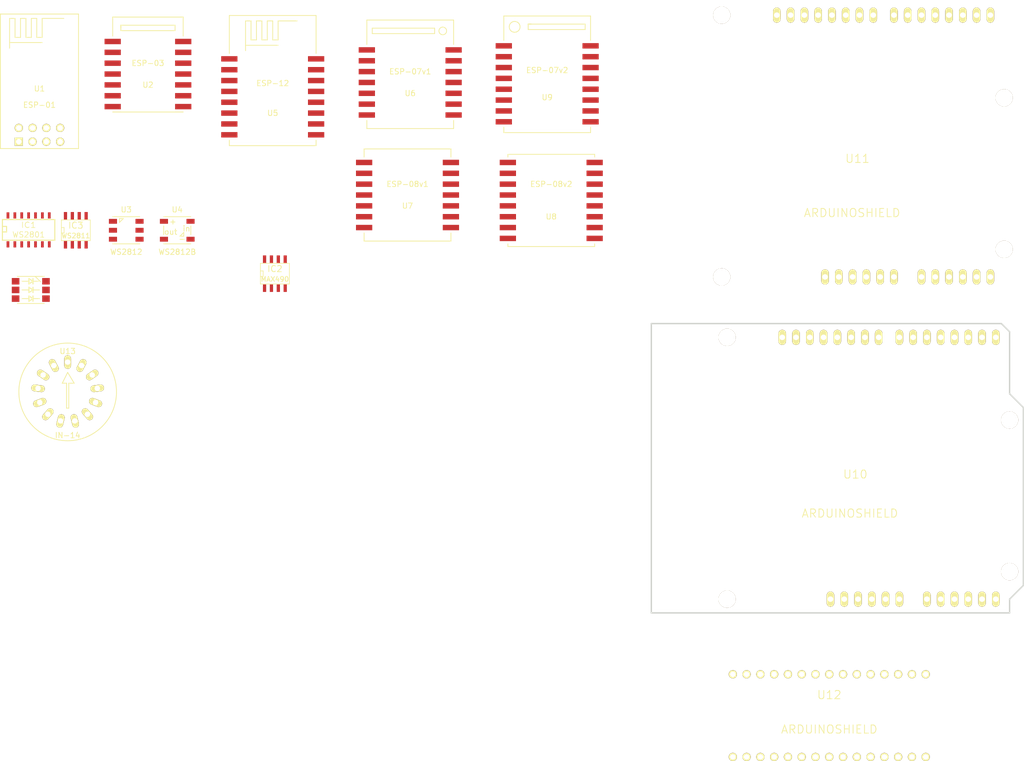
<source format=kicad_pcb>
(kicad_pcb (version 3) (host pcbnew "(25-Oct-2014 BZR 4029)-stable")

  (general
    (links 0)
    (no_connects 0)
    (area 0 0 0 0)
    (thickness 1.6)
    (drawings 0)
    (tracks 0)
    (zones 0)
    (modules 17)
    (nets 1)
  )

  (page A3)
  (layers
    (15 F.Cu signal)
    (0 B.Cu signal)
    (16 B.Adhes user)
    (17 F.Adhes user)
    (18 B.Paste user)
    (19 F.Paste user)
    (20 B.SilkS user)
    (21 F.SilkS user)
    (22 B.Mask user)
    (23 F.Mask user)
    (24 Dwgs.User user)
    (25 Cmts.User user)
    (26 Eco1.User user)
    (27 Eco2.User user)
    (28 Edge.Cuts user)
  )

  (setup
    (last_trace_width 0.254)
    (trace_clearance 0.254)
    (zone_clearance 0.508)
    (zone_45_only no)
    (trace_min 0.254)
    (segment_width 0.2)
    (edge_width 0.1)
    (via_size 0.889)
    (via_drill 0.635)
    (via_min_size 0.889)
    (via_min_drill 0.508)
    (uvia_size 0.508)
    (uvia_drill 0.127)
    (uvias_allowed no)
    (uvia_min_size 0.508)
    (uvia_min_drill 0.127)
    (pcb_text_width 0.3)
    (pcb_text_size 1.5 1.5)
    (mod_edge_width 0.15)
    (mod_text_size 1 1)
    (mod_text_width 0.15)
    (pad_size 1.5 1.5)
    (pad_drill 1.016)
    (pad_to_mask_clearance 0)
    (aux_axis_origin 0 0)
    (visible_elements FFFFFFBF)
    (pcbplotparams
      (layerselection 3178497)
      (usegerberextensions true)
      (excludeedgelayer true)
      (linewidth 0.150000)
      (plotframeref false)
      (viasonmask false)
      (mode 1)
      (useauxorigin false)
      (hpglpennumber 1)
      (hpglpenspeed 20)
      (hpglpendiameter 15)
      (hpglpenoverlay 2)
      (psnegative false)
      (psa4output false)
      (plotreference true)
      (plotvalue true)
      (plotothertext true)
      (plotinvisibletext false)
      (padsonsilk false)
      (subtractmaskfromsilk false)
      (outputformat 1)
      (mirror false)
      (drillshape 1)
      (scaleselection 1)
      (outputdirectory ""))
  )

  (net 0 "")

  (net_class Default "This is the default net class."
    (clearance 0.254)
    (trace_width 0.254)
    (via_dia 0.889)
    (via_drill 0.635)
    (uvia_dia 0.508)
    (uvia_drill 0.127)
    (add_net "")
  )

  (module WS2812B (layer F.Cu) (tedit 55086C8A) (tstamp 55089F4C)
    (at 52.8 59)
    (path /55084C2E)
    (fp_text reference U4 (at 0 -3.8) (layer F.SilkS)
      (effects (font (size 1 1) (thickness 0.15)))
    )
    (fp_text value WS2812B (at 0 4) (layer F.SilkS)
      (effects (font (size 1 1) (thickness 0.15)))
    )
    (fp_text user out (at -1.2 0.3) (layer F.SilkS)
      (effects (font (size 1 1) (thickness 0.15)))
    )
    (fp_text user in (at 1.7 -0.3) (layer F.SilkS)
      (effects (font (size 1 1) (thickness 0.15)))
    )
    (fp_text user - (at 0.9 1.6) (layer F.SilkS)
      (effects (font (size 1 1) (thickness 0.15)))
    )
    (fp_text user + (at -0.8 -1.6) (layer F.SilkS)
      (effects (font (size 1 1) (thickness 0.15)))
    )
    (fp_line (start -2.5 0.8) (end -2.5 -0.8) (layer F.SilkS) (width 0.15))
    (fp_line (start 2.5 0.8) (end 2.5 -0.8) (layer F.SilkS) (width 0.15))
    (fp_line (start -2.5 2.5) (end 2.5 2.5) (layer F.SilkS) (width 0.15))
    (fp_line (start -2.5 -2.5) (end 2.5 -2.5) (layer F.SilkS) (width 0.15))
    (fp_line (start 1.2 1.1) (end 1.2 0.4) (layer F.SilkS) (width 0.15))
    (fp_line (start 1.2 0.4) (end 0.5 1.1) (layer F.SilkS) (width 0.15))
    (fp_line (start 0.5 1.1) (end 1.2 1.1) (layer F.SilkS) (width 0.15))
    (pad 1 smd rect (at -2.45 -1.65) (size 1.5 0.9)
      (layers F.Cu F.Paste F.Mask)
    )
    (pad 2 smd rect (at -2.45 1.65) (size 1.5 0.9)
      (layers F.Cu F.Paste F.Mask)
    )
    (pad 3 smd rect (at 2.45 1.65) (size 1.5 0.9)
      (layers F.Cu F.Paste F.Mask)
    )
    (pad 4 smd rect (at 2.45 -1.65) (size 1.5 0.9)
      (layers F.Cu F.Paste F.Mask)
    )
  )

  (module WS2812 (layer F.Cu) (tedit 5508514A) (tstamp 55089F5B)
    (at 43.4 59)
    (path /55084C1F)
    (fp_text reference U3 (at 0 -3.8) (layer F.SilkS)
      (effects (font (size 1 1) (thickness 0.15)))
    )
    (fp_text value WS2812 (at 0 4) (layer F.SilkS)
      (effects (font (size 1 1) (thickness 0.15)))
    )
    (fp_line (start -2.5 2.5) (end 2.5 2.5) (layer F.SilkS) (width 0.15))
    (fp_line (start -2.5 -2.5) (end 2.5 -2.5) (layer F.SilkS) (width 0.15))
    (fp_line (start -1.25 -2.15) (end -1.25 -1.45) (layer F.SilkS) (width 0.15))
    (fp_line (start -1.25 -1.45) (end -0.55 -2.15) (layer F.SilkS) (width 0.15))
    (fp_line (start -0.55 -2.15) (end -1.25 -2.15) (layer F.SilkS) (width 0.15))
    (pad 5 smd rect (at 2.45 0) (size 1.5 0.9)
      (layers F.Cu F.Paste F.Mask)
    )
    (pad 2 smd rect (at -2.45 0) (size 1.5 0.9)
      (layers F.Cu F.Paste F.Mask)
    )
    (pad 1 smd rect (at -2.45 -1.65) (size 1.5 0.9)
      (layers F.Cu F.Paste F.Mask)
    )
    (pad 3 smd rect (at -2.45 1.65) (size 1.5 0.9)
      (layers F.Cu F.Paste F.Mask)
    )
    (pad 4 smd rect (at 2.45 1.65) (size 1.5 0.9)
      (layers F.Cu F.Paste F.Mask)
    )
    (pad 6 smd rect (at 2.45 -1.65) (size 1.5 0.9)
      (layers F.Cu F.Paste F.Mask)
    )
  )

  (module SO8E (layer F.Cu) (tedit 4F33A5C7) (tstamp 55089F83)
    (at 34.1 59)
    (descr "module CMS SOJ 8 pins etroit")
    (tags "CMS SOJ")
    (path /55086D92)
    (attr smd)
    (fp_text reference IC3 (at 0 -0.889) (layer F.SilkS)
      (effects (font (size 1.143 1.143) (thickness 0.1524)))
    )
    (fp_text value WS2811 (at 0 1.016) (layer F.SilkS)
      (effects (font (size 0.889 0.889) (thickness 0.1524)))
    )
    (fp_line (start -2.667 1.778) (end -2.667 1.905) (layer F.SilkS) (width 0.127))
    (fp_line (start -2.667 1.905) (end 2.667 1.905) (layer F.SilkS) (width 0.127))
    (fp_line (start 2.667 -1.905) (end -2.667 -1.905) (layer F.SilkS) (width 0.127))
    (fp_line (start -2.667 -1.905) (end -2.667 1.778) (layer F.SilkS) (width 0.127))
    (fp_line (start -2.667 -0.508) (end -2.159 -0.508) (layer F.SilkS) (width 0.127))
    (fp_line (start -2.159 -0.508) (end -2.159 0.508) (layer F.SilkS) (width 0.127))
    (fp_line (start -2.159 0.508) (end -2.667 0.508) (layer F.SilkS) (width 0.127))
    (fp_line (start 2.667 -1.905) (end 2.667 1.905) (layer F.SilkS) (width 0.127))
    (pad 8 smd rect (at -1.905 -2.667) (size 0.59944 1.39954)
      (layers F.Cu F.Paste F.Mask)
    )
    (pad 1 smd rect (at -1.905 2.667) (size 0.59944 1.39954)
      (layers F.Cu F.Paste F.Mask)
    )
    (pad 7 smd rect (at -0.635 -2.667) (size 0.59944 1.39954)
      (layers F.Cu F.Paste F.Mask)
    )
    (pad 6 smd rect (at 0.635 -2.667) (size 0.59944 1.39954)
      (layers F.Cu F.Paste F.Mask)
    )
    (pad 5 smd rect (at 1.905 -2.667) (size 0.59944 1.39954)
      (layers F.Cu F.Paste F.Mask)
    )
    (pad 2 smd rect (at -0.635 2.667) (size 0.59944 1.39954)
      (layers F.Cu F.Paste F.Mask)
    )
    (pad 3 smd rect (at 0.635 2.667) (size 0.59944 1.39954)
      (layers F.Cu F.Paste F.Mask)
    )
    (pad 4 smd rect (at 1.905 2.667) (size 0.59944 1.39954)
      (layers F.Cu F.Paste F.Mask)
    )
    (model smd/cms_so8.wrl
      (at (xyz 0 0 0))
      (scale (xyz 0.5 0.32 0.5))
      (rotate (xyz 0 0 0))
    )
  )

  (module SO14E (layer F.Cu) (tedit 42806FBF) (tstamp 55089F9C)
    (at 25.4 58.8)
    (descr "module CMS SOJ 14 pins etroit")
    (tags "CMS SOJ")
    (path /55085816)
    (attr smd)
    (fp_text reference IC1 (at 0 -0.762) (layer F.SilkS)
      (effects (font (size 1.016 1.143) (thickness 0.127)))
    )
    (fp_text value WS2801 (at 0 1.016) (layer F.SilkS)
      (effects (font (size 1.016 1.016) (thickness 0.127)))
    )
    (fp_line (start -4.826 -1.778) (end 4.826 -1.778) (layer F.SilkS) (width 0.2032))
    (fp_line (start 4.826 -1.778) (end 4.826 2.032) (layer F.SilkS) (width 0.2032))
    (fp_line (start 4.826 2.032) (end -4.826 2.032) (layer F.SilkS) (width 0.2032))
    (fp_line (start -4.826 2.032) (end -4.826 -1.778) (layer F.SilkS) (width 0.2032))
    (fp_line (start -4.826 -0.508) (end -4.064 -0.508) (layer F.SilkS) (width 0.2032))
    (fp_line (start -4.064 -0.508) (end -4.064 0.508) (layer F.SilkS) (width 0.2032))
    (fp_line (start -4.064 0.508) (end -4.826 0.508) (layer F.SilkS) (width 0.2032))
    (pad 1 smd rect (at -3.81 2.794) (size 0.508 1.143)
      (layers F.Cu F.Paste F.Mask)
    )
    (pad 2 smd rect (at -2.54 2.794) (size 0.508 1.143)
      (layers F.Cu F.Paste F.Mask)
    )
    (pad 3 smd rect (at -1.27 2.794) (size 0.508 1.143)
      (layers F.Cu F.Paste F.Mask)
    )
    (pad 4 smd rect (at 0 2.794) (size 0.508 1.143)
      (layers F.Cu F.Paste F.Mask)
    )
    (pad 5 smd rect (at 1.27 2.794) (size 0.508 1.143)
      (layers F.Cu F.Paste F.Mask)
    )
    (pad 6 smd rect (at 2.54 2.794) (size 0.508 1.143)
      (layers F.Cu F.Paste F.Mask)
    )
    (pad 7 smd rect (at 3.81 2.794) (size 0.508 1.143)
      (layers F.Cu F.Paste F.Mask)
    )
    (pad 8 smd rect (at 3.81 -2.54) (size 0.508 1.143)
      (layers F.Cu F.Paste F.Mask)
    )
    (pad 9 smd rect (at 2.54 -2.54) (size 0.508 1.143)
      (layers F.Cu F.Paste F.Mask)
    )
    (pad 10 smd rect (at 1.27 -2.54) (size 0.508 1.143)
      (layers F.Cu F.Paste F.Mask)
    )
    (pad 11 smd rect (at 0 -2.54) (size 0.508 1.143)
      (layers F.Cu F.Paste F.Mask)
    )
    (pad 12 smd rect (at -1.27 -2.54) (size 0.508 1.143)
      (layers F.Cu F.Paste F.Mask)
    )
    (pad 13 smd rect (at -2.54 -2.54) (size 0.508 1.143)
      (layers F.Cu F.Paste F.Mask)
    )
    (pad 14 smd rect (at -3.81 -2.54) (size 0.508 1.143)
      (layers F.Cu F.Paste F.Mask)
    )
    (model smd/cms_so14.wrl
      (at (xyz 0 0 0))
      (scale (xyz 0.5 0.3 0.5))
      (rotate (xyz 0 0 0))
    )
  )

  (module 5050RGB_LED (layer F.Cu) (tedit 53A0C301) (tstamp 5508A02A)
    (at 25.8 70 90)
    (path /55084CAF)
    (fp_text reference D1 (at 0 5 90) (layer F.SilkS) hide
      (effects (font (size 1 1) (thickness 0.15)))
    )
    (fp_text value SAMSUNG_RGB_LED_5050_SPMFCT5606N0S0A1E0 (at 0 -5 90) (layer F.SilkS) hide
      (effects (font (size 1 1) (thickness 0.15)))
    )
    (fp_line (start 1.6 0.4) (end 1.6 1.4) (layer F.SilkS) (width 0.15))
    (fp_line (start 2.5 0.8) (end 1.5 1.8) (layer F.SilkS) (width 0.15))
    (fp_line (start 0 0.4) (end 0 1.6) (layer F.SilkS) (width 0.15))
    (fp_line (start -1.6 1.6) (end -1.6 0.4) (layer F.SilkS) (width 0.15))
    (fp_line (start 1.6 -0.4) (end 1.6 -1.6) (layer F.SilkS) (width 0.15))
    (fp_line (start 0 -1.6) (end 0 -0.4) (layer F.SilkS) (width 0.15))
    (fp_line (start -1.6 -0.4) (end -1.6 -1.6) (layer F.SilkS) (width 0.15))
    (fp_line (start 1.1 0.4) (end 2.1 0.4) (layer F.SilkS) (width 0.15))
    (fp_line (start 1.6 0.4) (end 1.1 -0.35) (layer F.SilkS) (width 0.15))
    (fp_line (start 2.1 -0.35) (end 1.6 0.4) (layer F.SilkS) (width 0.15))
    (fp_line (start 1.1 -0.35) (end 2.1 -0.35) (layer F.SilkS) (width 0.15))
    (fp_line (start 1.1 -0.35) (end 2.1 -0.35) (layer F.SilkS) (width 0.15))
    (fp_line (start 2.1 -0.35) (end 1.6 0.4) (layer F.SilkS) (width 0.15))
    (fp_line (start 1.6 0.4) (end 1.1 -0.35) (layer F.SilkS) (width 0.15))
    (fp_line (start 1.1 0.4) (end 2.1 0.4) (layer F.SilkS) (width 0.15))
    (fp_line (start -0.5 0.4) (end 0.5 0.4) (layer F.SilkS) (width 0.15))
    (fp_line (start 0 0.4) (end -0.5 -0.35) (layer F.SilkS) (width 0.15))
    (fp_line (start 0.5 -0.35) (end 0 0.4) (layer F.SilkS) (width 0.15))
    (fp_line (start -0.5 -0.35) (end 0.5 -0.35) (layer F.SilkS) (width 0.15))
    (fp_line (start -0.5 -0.35) (end 0.5 -0.35) (layer F.SilkS) (width 0.15))
    (fp_line (start 0.5 -0.35) (end 0 0.4) (layer F.SilkS) (width 0.15))
    (fp_line (start 0 0.4) (end -0.5 -0.35) (layer F.SilkS) (width 0.15))
    (fp_line (start -0.5 0.4) (end 0.5 0.4) (layer F.SilkS) (width 0.15))
    (fp_line (start -2.1 0.4) (end -1.1 0.4) (layer F.SilkS) (width 0.15))
    (fp_line (start -1.6 0.4) (end -2.1 -0.35) (layer F.SilkS) (width 0.15))
    (fp_line (start -1.1 -0.35) (end -1.6 0.4) (layer F.SilkS) (width 0.15))
    (fp_line (start -2.1 -0.35) (end -1.1 -0.35) (layer F.SilkS) (width 0.15))
    (fp_line (start -2.1 -0.35) (end -1.1 -0.35) (layer F.SilkS) (width 0.15))
    (fp_line (start -1.1 -0.35) (end -1.6 0.4) (layer F.SilkS) (width 0.15))
    (fp_line (start -1.6 0.4) (end -2.1 -0.35) (layer F.SilkS) (width 0.15))
    (fp_line (start -2.1 0.4) (end -1.1 0.4) (layer F.SilkS) (width 0.15))
    (fp_line (start -2.5 -2.5) (end -2.5 2.5) (layer F.SilkS) (width 0.15))
    (fp_line (start 2.5 2.5) (end 2.5 -2.5) (layer F.SilkS) (width 0.15))
    (pad 2 smd rect (at 0 -2.8 90) (size 1.2 1.4)
      (layers F.Cu F.Paste F.Mask)
    )
    (pad 1 smd rect (at -1.6 -2.8 90) (size 1.2 1.4)
      (layers F.Cu F.Paste F.Mask)
    )
    (pad 3 smd rect (at 1.6 -2.8 90) (size 1.2 1.4)
      (layers F.Cu F.Paste F.Mask)
    )
    (pad 5 smd rect (at 0 2.8 90) (size 1.2 1.4)
      (layers F.Cu F.Paste F.Mask)
    )
    (pad 6 smd rect (at 1.6 2.8 90) (size 1.2 1.4)
      (layers F.Cu F.Paste F.Mask)
    )
    (pad 4 smd rect (at -1.6 2.8 90) (size 1.2 1.4)
      (layers F.Cu F.Paste F.Mask)
    )
  )

  (module ESP-03 (layer F.Cu) (tedit 55089814) (tstamp 5508A026)
    (at 47.4 30.2)
    (path /5508BA93)
    (fp_text reference U2 (at 0 2) (layer F.SilkS)
      (effects (font (size 1 1) (thickness 0.15)))
    )
    (fp_text value ESP-03 (at 0 -2) (layer F.SilkS)
      (effects (font (size 1 1) (thickness 0.15)))
    )
    (fp_line (start -5 -9) (end 5 -9) (layer F.SilkS) (width 0.15))
    (fp_line (start 5 -9) (end 5 -8) (layer F.SilkS) (width 0.15))
    (fp_line (start 5 -8) (end -5 -8) (layer F.SilkS) (width 0.15))
    (fp_line (start -5 -8) (end -5 -9) (layer F.SilkS) (width 0.15))
    (fp_line (start -5 -9) (end -5 -8.5) (layer F.SilkS) (width 0.15))
    (fp_line (start -6.5 7) (end 6.5 7) (layer F.SilkS) (width 0.15))
    (fp_line (start -6.5 -7) (end -6.5 -10.5) (layer F.SilkS) (width 0.15))
    (fp_line (start -6.5 -10.5) (end 6.5 -10.5) (layer F.SilkS) (width 0.15))
    (fp_line (start 6.5 -10.5) (end 6.5 -7) (layer F.SilkS) (width 0.15))
    (pad 1 smd rect (at -6.5 -6) (size 3 1)
      (layers F.Cu F.Paste F.Mask)
    )
    (pad 2 smd rect (at -6.5 -4) (size 3 1)
      (layers F.Cu F.Paste F.Mask)
    )
    (pad 3 smd rect (at -6.5 -2) (size 3 1)
      (layers F.Cu F.Paste F.Mask)
    )
    (pad 4 smd rect (at -6.5 0) (size 3 1)
      (layers F.Cu F.Paste F.Mask)
    )
    (pad 5 smd rect (at -6.5 2) (size 3 1)
      (layers F.Cu F.Paste F.Mask)
    )
    (pad 6 smd rect (at -6.5 4) (size 3 1)
      (layers F.Cu F.Paste F.Mask)
    )
    (pad 7 smd rect (at -6.5 6) (size 3 1)
      (layers F.Cu F.Paste F.Mask)
    )
    (pad 8 smd rect (at 6.5 6) (size 3 1)
      (layers F.Cu F.Paste F.Mask)
    )
    (pad 9 smd rect (at 6.5 4) (size 3 1)
      (layers F.Cu F.Paste F.Mask)
    )
    (pad 10 smd rect (at 6.5 2) (size 3 1)
      (layers F.Cu F.Paste F.Mask)
    )
    (pad 11 smd rect (at 6.5 0) (size 3 1)
      (layers F.Cu F.Paste F.Mask)
    )
    (pad 12 smd rect (at 6.5 -2) (size 3 1)
      (layers F.Cu F.Paste F.Mask)
    )
    (pad 13 smd rect (at 6.5 -4) (size 3 1)
      (layers F.Cu F.Paste F.Mask)
    )
    (pad 14 smd rect (at 6.5 -6) (size 3 1)
      (layers F.Cu F.Paste F.Mask)
    )
  )

  (module ESP-01 (layer F.Cu) (tedit 5508B1A9) (tstamp 55090202)
    (at 27.4 41.4)
    (path /5508885F)
    (fp_text reference U1 (at 0 -8.5) (layer F.SilkS)
      (effects (font (size 1 1) (thickness 0.15)))
    )
    (fp_text value ESP-01 (at 0 -5.5) (layer F.SilkS)
      (effects (font (size 1 1) (thickness 0.15)))
    )
    (fp_line (start -5.5 -17) (end 0.5 -17) (layer F.SilkS) (width 0.15))
    (fp_line (start -1.5 -21.46) (end -0.5 -21.46) (layer F.SilkS) (width 0.15))
    (fp_line (start -0.5 -21.46) (end -0.5 -17.96) (layer F.SilkS) (width 0.15))
    (fp_line (start -0.5 -17.96) (end 0.5 -17.96) (layer F.SilkS) (width 0.15))
    (fp_line (start 0.5 -17.96) (end 0.5 -21.46) (layer F.SilkS) (width 0.15))
    (fp_line (start 0.5 -21.46) (end 4.5 -21.46) (layer F.SilkS) (width 0.15))
    (fp_line (start -5.5 -15.96) (end -5.5 -21.46) (layer F.SilkS) (width 0.15))
    (fp_line (start -5.5 -21.46) (end -4.5 -21.46) (layer F.SilkS) (width 0.15))
    (fp_line (start -4.5 -21.46) (end -4.5 -17.96) (layer F.SilkS) (width 0.15))
    (fp_line (start -4.5 -17.96) (end -3.5 -17.96) (layer F.SilkS) (width 0.15))
    (fp_line (start -3.5 -17.96) (end -3.5 -21.46) (layer F.SilkS) (width 0.15))
    (fp_line (start -3.5 -21.46) (end -2.5 -21.46) (layer F.SilkS) (width 0.15))
    (fp_line (start -2.5 -21.46) (end -2.5 -17.96) (layer F.SilkS) (width 0.15))
    (fp_line (start -2.5 -17.96) (end -1.5 -17.96) (layer F.SilkS) (width 0.15))
    (fp_line (start -1.5 -17.96) (end -1.5 -21.46) (layer F.SilkS) (width 0.15))
    (fp_line (start -7.2 2.54) (end 7.2 2.54) (layer F.SilkS) (width 0.15))
    (fp_line (start 7.2 2.54) (end 7.2 -22.26) (layer F.SilkS) (width 0.15))
    (fp_line (start 7.2 -22.26) (end -7.2 -22.26) (layer F.SilkS) (width 0.15))
    (fp_line (start -7.2 -22.26) (end -7.2 2.54) (layer F.SilkS) (width 0.15))
    (pad 1 thru_hole rect (at -3.81 1.27) (size 1.524 1.524) (drill 1.016)
      (layers *.Cu *.Mask F.SilkS)
    )
    (pad 2 thru_hole circle (at -3.81 -1.27) (size 1.524 1.524) (drill 1.016)
      (layers *.Cu *.Mask F.SilkS)
    )
    (pad 3 thru_hole circle (at -1.27 1.27) (size 1.524 1.524) (drill 1.016)
      (layers *.Cu *.Mask F.SilkS)
    )
    (pad 4 thru_hole circle (at -1.27 -1.27) (size 1.524 1.524) (drill 1.016)
      (layers *.Cu *.Mask F.SilkS)
    )
    (pad 5 thru_hole circle (at 1.27 1.27) (size 1.524 1.524) (drill 1.016)
      (layers *.Cu *.Mask F.SilkS)
    )
    (pad 6 thru_hole circle (at 1.27 -1.27) (size 1.524 1.524) (drill 1.016)
      (layers *.Cu *.Mask F.SilkS)
    )
    (pad 7 thru_hole circle (at 3.81 1.27) (size 1.524 1.524) (drill 1.016)
      (layers *.Cu *.Mask F.SilkS)
    )
    (pad 8 thru_hole circle (at 3.81 -1.27) (size 1.524 1.524) (drill 1.016)
      (layers *.Cu *.Mask F.SilkS)
    )
  )

  (module ESP-12 (layer F.Cu) (tedit 5508B3EF) (tstamp 5508B9CD)
    (at 70.4 34.4)
    (path /5508AE6C)
    (fp_text reference U5 (at 0 3) (layer F.SilkS)
      (effects (font (size 1 1) (thickness 0.15)))
    )
    (fp_text value ESP-12 (at 0 -2.5) (layer F.SilkS)
      (effects (font (size 1 1) (thickness 0.15)))
    )
    (fp_line (start -5 -9.5) (end 1 -9.5) (layer F.SilkS) (width 0.15))
    (fp_line (start -5 -8.5) (end -5 -14) (layer F.SilkS) (width 0.15))
    (fp_line (start -5 -14) (end -4 -14) (layer F.SilkS) (width 0.15))
    (fp_line (start -4 -14) (end -4 -10.5) (layer F.SilkS) (width 0.15))
    (fp_line (start -4 -10.5) (end -3 -10.5) (layer F.SilkS) (width 0.15))
    (fp_line (start -3 -10.5) (end -3 -14) (layer F.SilkS) (width 0.15))
    (fp_line (start -3 -14) (end -2 -14) (layer F.SilkS) (width 0.15))
    (fp_line (start -2 -14) (end -2 -10.5) (layer F.SilkS) (width 0.15))
    (fp_line (start -2 -10.5) (end -1 -10.5) (layer F.SilkS) (width 0.15))
    (fp_line (start -1 -10.5) (end -1 -14) (layer F.SilkS) (width 0.15))
    (fp_line (start -1 -14) (end 0 -14) (layer F.SilkS) (width 0.15))
    (fp_line (start 0 -14) (end 0 -10.5) (layer F.SilkS) (width 0.15))
    (fp_line (start 0 -10.5) (end 1 -10.5) (layer F.SilkS) (width 0.15))
    (fp_line (start 1 -10.5) (end 1 -14) (layer F.SilkS) (width 0.15))
    (fp_line (start 1 -14) (end 4.5 -14) (layer F.SilkS) (width 0.15))
    (fp_line (start -8 -8) (end -8 -15) (layer F.SilkS) (width 0.15))
    (fp_line (start -8 -15) (end 8 -15) (layer F.SilkS) (width 0.15))
    (fp_line (start 8 -15) (end 8 -8) (layer F.SilkS) (width 0.15))
    (fp_line (start -8 8) (end -8 9) (layer F.SilkS) (width 0.15))
    (fp_line (start -8 9) (end 8 9) (layer F.SilkS) (width 0.15))
    (fp_line (start 8 9) (end 8 8) (layer F.SilkS) (width 0.15))
    (pad 1 smd rect (at -8 -7) (size 3 1)
      (layers F.Cu F.Paste F.Mask)
    )
    (pad 2 smd rect (at -8 -5) (size 3 1)
      (layers F.Cu F.Paste F.Mask)
    )
    (pad 3 smd rect (at -8 -3) (size 3 1)
      (layers F.Cu F.Paste F.Mask)
    )
    (pad 4 smd rect (at -8 -1) (size 3 1)
      (layers F.Cu F.Paste F.Mask)
    )
    (pad 5 smd rect (at -8 1) (size 3 1)
      (layers F.Cu F.Paste F.Mask)
    )
    (pad 6 smd rect (at -8 3) (size 3 1)
      (layers F.Cu F.Paste F.Mask)
    )
    (pad 7 smd rect (at -8 5) (size 3 1)
      (layers F.Cu F.Paste F.Mask)
    )
    (pad 8 smd rect (at -8 7) (size 3 1)
      (layers F.Cu F.Paste F.Mask)
    )
    (pad 9 smd rect (at 8 7) (size 3 1)
      (layers F.Cu F.Paste F.Mask)
    )
    (pad 10 smd rect (at 8 5) (size 3 1)
      (layers F.Cu F.Paste F.Mask)
    )
    (pad 11 smd rect (at 8 3) (size 3 1)
      (layers F.Cu F.Paste F.Mask)
    )
    (pad 12 smd rect (at 8 1) (size 3 1)
      (layers F.Cu F.Paste F.Mask)
    )
    (pad 13 smd rect (at 8 -1) (size 3 1)
      (layers F.Cu F.Paste F.Mask)
    )
    (pad 14 smd rect (at 8 -3) (size 3 1)
      (layers F.Cu F.Paste F.Mask)
    )
    (pad 15 smd rect (at 8 -5) (size 3 1)
      (layers F.Cu F.Paste F.Mask)
    )
    (pad 16 smd rect (at 8 -7) (size 3 1)
      (layers F.Cu F.Paste F.Mask)
    )
  )

  (module SO8E (layer F.Cu) (tedit 5508B55A) (tstamp 5508B55F)
    (at 70.8 67)
    (descr "module CMS SOJ 8 pins etroit")
    (tags "CMS SOJ")
    (path /5508B567)
    (attr smd)
    (fp_text reference IC2 (at 0 -0.889) (layer F.SilkS)
      (effects (font (size 1.143 1.143) (thickness 0.1524)))
    )
    (fp_text value MAX490 (at 0 1.016) (layer F.SilkS)
      (effects (font (size 0.889 0.889) (thickness 0.1524)))
    )
    (fp_line (start -2.667 1.778) (end -2.667 1.905) (layer F.SilkS) (width 0.127))
    (fp_line (start -2.667 1.905) (end 2.667 1.905) (layer F.SilkS) (width 0.127))
    (fp_line (start 2.667 -1.905) (end -2.667 -1.905) (layer F.SilkS) (width 0.127))
    (fp_line (start -2.667 -1.905) (end -2.667 1.778) (layer F.SilkS) (width 0.127))
    (fp_line (start -2.667 -0.508) (end -2.159 -0.508) (layer F.SilkS) (width 0.127))
    (fp_line (start -2.159 -0.508) (end -2.159 0.508) (layer F.SilkS) (width 0.127))
    (fp_line (start -2.159 0.508) (end -2.667 0.508) (layer F.SilkS) (width 0.127))
    (fp_line (start 2.667 -1.905) (end 2.667 1.905) (layer F.SilkS) (width 0.127))
    (pad 8 smd rect (at -1.905 -2.667) (size 0.59944 1.39954)
      (layers F.Cu F.Paste F.Mask)
    )
    (pad 1 smd rect (at -1.905 2.667) (size 0.59944 1.39954)
      (layers F.Cu F.Paste F.Mask)
    )
    (pad 7 smd rect (at -0.635 -2.667) (size 0.59944 1.39954)
      (layers F.Cu F.Paste F.Mask)
    )
    (pad 6 smd rect (at 0.635 -2.667) (size 0.59944 1.39954)
      (layers F.Cu F.Paste F.Mask)
    )
    (pad 5 smd rect (at 1.905 -2.667) (size 0.59944 1.39954)
      (layers F.Cu F.Paste F.Mask)
    )
    (pad 2 smd rect (at -0.635 2.667) (size 0.59944 1.39954)
      (layers F.Cu F.Paste F.Mask)
    )
    (pad 3 smd rect (at 0.635 2.667) (size 0.59944 1.39954)
      (layers F.Cu F.Paste F.Mask)
    )
    (pad 4 smd rect (at 1.905 2.667) (size 0.59944 1.39954)
      (layers F.Cu F.Paste F.Mask)
    )
    (model smd/cms_so8.wrl
      (at (xyz 0 0 0))
      (scale (xyz 0.5 0.32 0.5))
      (rotate (xyz 0 0 0))
    )
  )

  (module ESP-08v2 (layer F.Cu) (tedit 5508BCFE) (tstamp 5508C0D7)
    (at 121.75 53.5)
    (path /5508AE7F)
    (fp_text reference U8 (at 0 3) (layer F.SilkS)
      (effects (font (size 1 1) (thickness 0.15)))
    )
    (fp_text value ESP-08v2 (at 0 -3) (layer F.SilkS)
      (effects (font (size 1 1) (thickness 0.15)))
    )
    (fp_line (start -8 -8) (end -8 -8.5) (layer F.SilkS) (width 0.15))
    (fp_line (start -8 -8.5) (end 8 -8.5) (layer F.SilkS) (width 0.15))
    (fp_line (start 8 -8.5) (end 8 -8) (layer F.SilkS) (width 0.15))
    (fp_line (start -8 8) (end -8 8.5) (layer F.SilkS) (width 0.15))
    (fp_line (start -8 8.5) (end 8 8.5) (layer F.SilkS) (width 0.15))
    (fp_line (start 8 8.5) (end 8 8) (layer F.SilkS) (width 0.15))
    (pad 1 smd rect (at -8 -7) (size 3 1)
      (layers F.Cu F.Paste F.Mask)
    )
    (pad 2 smd rect (at -8 -5) (size 3 1)
      (layers F.Cu F.Paste F.Mask)
    )
    (pad 3 smd rect (at -8 -3) (size 3 1)
      (layers F.Cu F.Paste F.Mask)
    )
    (pad 4 smd rect (at -8 -1) (size 3 1)
      (layers F.Cu F.Paste F.Mask)
    )
    (pad 5 smd rect (at -8 1) (size 3 1)
      (layers F.Cu F.Paste F.Mask)
    )
    (pad 6 smd rect (at -8 3) (size 3 1)
      (layers F.Cu F.Paste F.Mask)
    )
    (pad 7 smd rect (at -8 5) (size 3 1)
      (layers F.Cu F.Paste F.Mask)
    )
    (pad 8 smd rect (at -8 7) (size 3 1)
      (layers F.Cu F.Paste F.Mask)
    )
    (pad 9 smd rect (at 8 7) (size 3 1)
      (layers F.Cu F.Paste F.Mask)
    )
    (pad 10 smd rect (at 8 5) (size 3 1)
      (layers F.Cu F.Paste F.Mask)
    )
    (pad 11 smd rect (at 8 3) (size 3 1)
      (layers F.Cu F.Paste F.Mask)
    )
    (pad 12 smd rect (at 8 1) (size 3 1)
      (layers F.Cu F.Paste F.Mask)
    )
    (pad 13 smd rect (at 8 -1) (size 3 1)
      (layers F.Cu F.Paste F.Mask)
    )
    (pad 14 smd rect (at 8 -3) (size 3 1)
      (layers F.Cu F.Paste F.Mask)
    )
    (pad 15 smd rect (at 8 -5) (size 3 1)
      (layers F.Cu F.Paste F.Mask)
    )
    (pad 16 smd rect (at 8 -7) (size 3 1)
      (layers F.Cu F.Paste F.Mask)
    )
  )

  (module ESP-08v1 (layer F.Cu) (tedit 5508BB01) (tstamp 5508C0EF)
    (at 95.25 52.5)
    (path /5508BAA6)
    (fp_text reference U7 (at 0 2) (layer F.SilkS)
      (effects (font (size 1 1) (thickness 0.15)))
    )
    (fp_text value ESP-08v1 (at 0 -2) (layer F.SilkS)
      (effects (font (size 1 1) (thickness 0.15)))
    )
    (fp_line (start -8 -7) (end -8 -8.5) (layer F.SilkS) (width 0.15))
    (fp_line (start -8 -8.5) (end 8 -8.5) (layer F.SilkS) (width 0.15))
    (fp_line (start 8 -8.5) (end 8 -7) (layer F.SilkS) (width 0.15))
    (fp_line (start -8 8.5) (end -8 7) (layer F.SilkS) (width 0.15))
    (fp_line (start -8 8.5) (end 8 8.5) (layer F.SilkS) (width 0.15))
    (fp_line (start 8 8.5) (end 8 7) (layer F.SilkS) (width 0.15))
    (pad 1 smd rect (at -8 -6) (size 3 1)
      (layers F.Cu F.Paste F.Mask)
    )
    (pad 2 smd rect (at -8 -4) (size 3 1)
      (layers F.Cu F.Paste F.Mask)
    )
    (pad 3 smd rect (at -8 -2) (size 3 1)
      (layers F.Cu F.Paste F.Mask)
    )
    (pad 4 smd rect (at -8 0) (size 3 1)
      (layers F.Cu F.Paste F.Mask)
    )
    (pad 5 smd rect (at -8 2) (size 3 1)
      (layers F.Cu F.Paste F.Mask)
    )
    (pad 6 smd rect (at -8 4) (size 3 1)
      (layers F.Cu F.Paste F.Mask)
    )
    (pad 7 smd rect (at -8 6) (size 3 1)
      (layers F.Cu F.Paste F.Mask)
    )
    (pad 8 smd rect (at 8 6) (size 3 1)
      (layers F.Cu F.Paste F.Mask)
    )
    (pad 9 smd rect (at 8 4) (size 3 1)
      (layers F.Cu F.Paste F.Mask)
    )
    (pad 10 smd rect (at 8 2) (size 3 1)
      (layers F.Cu F.Paste F.Mask)
    )
    (pad 11 smd rect (at 8 0) (size 3 1)
      (layers F.Cu F.Paste F.Mask)
    )
    (pad 12 smd rect (at 8 -2) (size 3 1)
      (layers F.Cu F.Paste F.Mask)
    )
    (pad 13 smd rect (at 8 -4) (size 3 1)
      (layers F.Cu F.Paste F.Mask)
    )
    (pad 14 smd rect (at 8 -6) (size 3 1)
      (layers F.Cu F.Paste F.Mask)
    )
  )

  (module ESP-07v2 (layer F.Cu) (tedit 5508BC65) (tstamp 5508C111)
    (at 121 32)
    (path /5508AE79)
    (fp_text reference U9 (at 0 2.5) (layer F.SilkS)
      (effects (font (size 1 1) (thickness 0.15)))
    )
    (fp_text value ESP-07v2 (at 0 -2.5) (layer F.SilkS)
      (effects (font (size 1 1) (thickness 0.15)))
    )
    (fp_line (start -3.5 -11) (end 7 -11) (layer F.SilkS) (width 0.15))
    (fp_line (start 7 -11) (end 7 -10) (layer F.SilkS) (width 0.15))
    (fp_line (start 7 -10) (end -3.5 -10) (layer F.SilkS) (width 0.15))
    (fp_line (start -3.5 -10) (end -3.5 -11) (layer F.SilkS) (width 0.15))
    (fp_line (start -3.5 -11) (end -3 -11) (layer F.SilkS) (width 0.15))
    (fp_line (start -3 -11) (end -3.5 -11) (layer F.SilkS) (width 0.15))
    (fp_line (start -3.5 -11) (end -3 -11) (layer F.SilkS) (width 0.15))
    (fp_circle (center -6 -10.5) (end -6 -9.5) (layer F.SilkS) (width 0.15))
    (fp_line (start -8 -8) (end -8 -12.5) (layer F.SilkS) (width 0.15))
    (fp_line (start -8 -12.5) (end 8 -12.5) (layer F.SilkS) (width 0.15))
    (fp_line (start 8 -12.5) (end 8 -8) (layer F.SilkS) (width 0.15))
    (fp_line (start -8 8) (end -8 9) (layer F.SilkS) (width 0.15))
    (fp_line (start -8 9) (end 8 9) (layer F.SilkS) (width 0.15))
    (fp_line (start 8 9) (end 8 8) (layer F.SilkS) (width 0.15))
    (pad 1 smd rect (at -8 -7) (size 3 1)
      (layers F.Cu F.Paste F.Mask)
    )
    (pad 2 smd rect (at -8 -5) (size 3 1)
      (layers F.Cu F.Paste F.Mask)
    )
    (pad 3 smd rect (at -8 -3) (size 3 1)
      (layers F.Cu F.Paste F.Mask)
    )
    (pad 4 smd rect (at -8 -1) (size 3 1)
      (layers F.Cu F.Paste F.Mask)
    )
    (pad 5 smd rect (at -8 1) (size 3 1)
      (layers F.Cu F.Paste F.Mask)
    )
    (pad 6 smd rect (at -8 3) (size 3 1)
      (layers F.Cu F.Paste F.Mask)
    )
    (pad 7 smd rect (at -8 5) (size 3 1)
      (layers F.Cu F.Paste F.Mask)
    )
    (pad 8 smd rect (at -8 7) (size 3 1)
      (layers F.Cu F.Paste F.Mask)
    )
    (pad 9 smd rect (at 8 7) (size 3 1)
      (layers F.Cu F.Paste F.Mask)
    )
    (pad 10 smd rect (at 8 5) (size 3 1)
      (layers F.Cu F.Paste F.Mask)
    )
    (pad 11 smd rect (at 8 3) (size 3 1)
      (layers F.Cu F.Paste F.Mask)
    )
    (pad 12 smd rect (at 8 1) (size 3 1)
      (layers F.Cu F.Paste F.Mask)
    )
    (pad 13 smd rect (at 8 -1) (size 3 1)
      (layers F.Cu F.Paste F.Mask)
    )
    (pad 14 smd rect (at 8 -3) (size 3 1)
      (layers F.Cu F.Paste F.Mask)
    )
    (pad 15 smd rect (at 8 -5) (size 3 1)
      (layers F.Cu F.Paste F.Mask)
    )
    (pad 16 smd rect (at 8 -7) (size 3 1)
      (layers F.Cu F.Paste F.Mask)
    )
  )

  (module ESP-07v1 (layer F.Cu) (tedit 5508BAE0) (tstamp 5508C12E)
    (at 95.75 31.75)
    (path /5508BAA0)
    (fp_text reference U6 (at 0 2) (layer F.SilkS)
      (effects (font (size 1 1) (thickness 0.15)))
    )
    (fp_text value ESP-07v1 (at 0 -2) (layer F.SilkS)
      (effects (font (size 1 1) (thickness 0.15)))
    )
    (fp_circle (center 6 -9.5) (end 6.5 -9) (layer F.SilkS) (width 0.15))
    (fp_line (start -7 -10) (end 4.5 -10) (layer F.SilkS) (width 0.15))
    (fp_line (start 4.5 -10) (end 4.5 -9) (layer F.SilkS) (width 0.15))
    (fp_line (start 4.5 -9) (end -7 -9) (layer F.SilkS) (width 0.15))
    (fp_line (start -7 -9) (end -7 -10) (layer F.SilkS) (width 0.15))
    (fp_line (start -8 -7) (end -8 -11.5) (layer F.SilkS) (width 0.15))
    (fp_line (start -8 -11.5) (end 8 -11.5) (layer F.SilkS) (width 0.15))
    (fp_line (start 8 -11.5) (end 8 -7) (layer F.SilkS) (width 0.15))
    (fp_line (start -8 8.5) (end -8 7) (layer F.SilkS) (width 0.15))
    (fp_line (start -8 8.5) (end 8 8.5) (layer F.SilkS) (width 0.15))
    (fp_line (start 8 8.5) (end 8 7) (layer F.SilkS) (width 0.15))
    (pad 1 smd rect (at -8 -6) (size 3 1)
      (layers F.Cu F.Paste F.Mask)
    )
    (pad 2 smd rect (at -8 -4) (size 3 1)
      (layers F.Cu F.Paste F.Mask)
    )
    (pad 3 smd rect (at -8 -2) (size 3 1)
      (layers F.Cu F.Paste F.Mask)
    )
    (pad 4 smd rect (at -8 0) (size 3 1)
      (layers F.Cu F.Paste F.Mask)
    )
    (pad 5 smd rect (at -8 2) (size 3 1)
      (layers F.Cu F.Paste F.Mask)
    )
    (pad 6 smd rect (at -8 4) (size 3 1)
      (layers F.Cu F.Paste F.Mask)
    )
    (pad 7 smd rect (at -8 6) (size 3 1)
      (layers F.Cu F.Paste F.Mask)
    )
    (pad 8 smd rect (at 8 6) (size 3 1)
      (layers F.Cu F.Paste F.Mask)
    )
    (pad 9 smd rect (at 8 4) (size 3 1)
      (layers F.Cu F.Paste F.Mask)
    )
    (pad 10 smd rect (at 8 2) (size 3 1)
      (layers F.Cu F.Paste F.Mask)
    )
    (pad 11 smd rect (at 8 0) (size 3 1)
      (layers F.Cu F.Paste F.Mask)
    )
    (pad 12 smd rect (at 8 -2) (size 3 1)
      (layers F.Cu F.Paste F.Mask)
    )
    (pad 13 smd rect (at 8 -4) (size 3 1)
      (layers F.Cu F.Paste F.Mask)
    )
    (pad 14 smd rect (at 8 -6) (size 3 1)
      (layers F.Cu F.Paste F.Mask)
    )
  )

  (module arduinoshield_no_edges (layer F.Cu) (tedit 550D6632) (tstamp 550D6B96)
    (at 139.2 16.8)
    (path /550D661F)
    (fp_text reference U11 (at 39 29) (layer F.SilkS)
      (effects (font (size 1.524 1.524) (thickness 0.15)))
    )
    (fp_text value ARDUINOSHIELD (at 38 39) (layer F.SilkS)
      (effects (font (size 1.524 1.524) (thickness 0.15)))
    )
    (pad 1 thru_hole oval (at 63.5 2.54) (size 1.397 2.794) (drill 1.016)
      (layers *.Cu *.Mask F.SilkS)
    )
    (pad 2 thru_hole oval (at 60.96 2.54) (size 1.397 2.794) (drill 1.016)
      (layers *.Cu *.Mask F.SilkS)
    )
    (pad 3 thru_hole oval (at 58.42 2.54) (size 1.397 2.794) (drill 1.016)
      (layers *.Cu *.Mask F.SilkS)
    )
    (pad 4 thru_hole oval (at 55.88 2.54) (size 1.397 2.794) (drill 1.016)
      (layers *.Cu *.Mask F.SilkS)
    )
    (pad 5 thru_hole oval (at 53.34 2.54) (size 1.397 2.794) (drill 1.016)
      (layers *.Cu *.Mask F.SilkS)
    )
    (pad 6 thru_hole oval (at 50.8 2.54) (size 1.397 2.794) (drill 1.016)
      (layers *.Cu *.Mask F.SilkS)
    )
    (pad 7 thru_hole oval (at 48.26 2.54) (size 1.397 2.794) (drill 1.016)
      (layers *.Cu *.Mask F.SilkS)
    )
    (pad 8 thru_hole oval (at 45.72 2.54) (size 1.397 2.794) (drill 1.016)
      (layers *.Cu *.Mask F.SilkS)
    )
    (pad 9 thru_hole oval (at 41.91 2.54) (size 1.397 2.794) (drill 1.016)
      (layers *.Cu *.Mask F.SilkS)
    )
    (pad 10 thru_hole oval (at 39.37 2.54) (size 1.397 2.794) (drill 1.016)
      (layers *.Cu *.Mask F.SilkS)
    )
    (pad 11 thru_hole oval (at 36.83 2.54) (size 1.397 2.794) (drill 1.016)
      (layers *.Cu *.Mask F.SilkS)
    )
    (pad 12 thru_hole oval (at 34.29 2.54) (size 1.397 2.794) (drill 1.016)
      (layers *.Cu *.Mask F.SilkS)
    )
    (pad 13 thru_hole oval (at 31.75 2.54) (size 1.397 2.794) (drill 1.016)
      (layers *.Cu *.Mask F.SilkS)
    )
    (pad 14 thru_hole oval (at 29.21 2.54) (size 1.397 2.794) (drill 1.016)
      (layers *.Cu *.Mask F.SilkS)
    )
    (pad 15 thru_hole oval (at 26.67 2.54) (size 1.397 2.794) (drill 1.016)
      (layers *.Cu *.Mask F.SilkS)
    )
    (pad 16 thru_hole oval (at 24.13 2.54) (size 1.397 2.794) (drill 1.016)
      (layers *.Cu *.Mask F.SilkS)
    )
    (pad 17 thru_hole oval (at 33.02 50.8) (size 1.397 2.794) (drill 1.016)
      (layers *.Cu *.Mask F.SilkS)
    )
    (pad 18 thru_hole oval (at 35.56 50.8) (size 1.397 2.794) (drill 1.016)
      (layers *.Cu *.Mask F.SilkS)
    )
    (pad 19 thru_hole oval (at 38.1 50.8) (size 1.397 2.794) (drill 1.016)
      (layers *.Cu *.Mask F.SilkS)
    )
    (pad 20 thru_hole oval (at 40.64 50.8) (size 1.397 2.794) (drill 1.016)
      (layers *.Cu *.Mask F.SilkS)
    )
    (pad 21 thru_hole oval (at 43.18 50.8) (size 1.397 2.794) (drill 1.016)
      (layers *.Cu *.Mask F.SilkS)
    )
    (pad 22 thru_hole oval (at 45.72 50.8) (size 1.397 2.794) (drill 1.016)
      (layers *.Cu *.Mask F.SilkS)
    )
    (pad 23 thru_hole oval (at 50.8 50.8) (size 1.397 2.794) (drill 1.016)
      (layers *.Cu *.Mask F.SilkS)
    )
    (pad 24 thru_hole oval (at 53.34 50.8) (size 1.397 2.794) (drill 1.016)
      (layers *.Cu *.Mask F.SilkS)
    )
    (pad 25 thru_hole oval (at 55.88 50.8) (size 1.397 2.794) (drill 1.016)
      (layers *.Cu *.Mask F.SilkS)
    )
    (pad 26 thru_hole oval (at 58.42 50.8) (size 1.397 2.794) (drill 1.016)
      (layers *.Cu *.Mask F.SilkS)
    )
    (pad 27 thru_hole oval (at 60.96 50.8) (size 1.397 2.794) (drill 1.016)
      (layers *.Cu *.Mask F.SilkS)
    )
    (pad 28 thru_hole oval (at 63.5 50.8) (size 1.397 2.794) (drill 1.016)
      (layers *.Cu *.Mask F.SilkS)
    )
    (pad "" thru_hole circle (at 66.04 17.78) (size 3.175 3.175) (drill 3.175)
      (layers *.Cu *.Mask F.SilkS)
    )
    (pad "" thru_hole circle (at 66.04 45.72) (size 3.175 3.175) (drill 3.175)
      (layers *.Cu *.Mask F.SilkS)
    )
    (pad "" thru_hole circle (at 13.97 50.8) (size 3.175 3.175) (drill 3.175)
      (layers *.Cu *.Mask F.SilkS)
    )
    (pad "" thru_hole circle (at 13.97 2.54) (size 3.175 3.175) (drill 3.175)
      (layers *.Cu *.Mask F.SilkS)
    )
  )

  (module arduinoshield (layer F.Cu) (tedit 550D6624) (tstamp 550D6BC3)
    (at 140.2 76.2)
    (path /550D6612)
    (fp_text reference U10 (at 37.6 27.8) (layer F.SilkS)
      (effects (font (size 1.524 1.524) (thickness 0.15)))
    )
    (fp_text value ARDUINOSHIELD (at 36.6 35) (layer F.SilkS)
      (effects (font (size 1.524 1.524) (thickness 0.15)))
    )
    (fp_line (start 0 0) (end 0 53.34) (layer Edge.Cuts) (width 0.254))
    (fp_line (start 0 53.34) (end 66.04 53.34) (layer Edge.Cuts) (width 0.254))
    (fp_line (start 66.04 53.34) (end 66.04 50.8) (layer Edge.Cuts) (width 0.254))
    (fp_line (start 66.04 50.8) (end 68.58 48.26) (layer Edge.Cuts) (width 0.254))
    (fp_line (start 68.58 48.26) (end 68.58 15.48638) (layer Edge.Cuts) (width 0.254))
    (fp_line (start 68.58 15.48638) (end 66.04 12.94638) (layer Edge.Cuts) (width 0.254))
    (fp_line (start 66.04 12.94638) (end 66.04 1.51638) (layer Edge.Cuts) (width 0.254))
    (fp_line (start 66.04 1.51638) (end 64.51346 0) (layer Edge.Cuts) (width 0.254))
    (fp_line (start 64.51346 0) (end 0 0) (layer Edge.Cuts) (width 0.254))
    (pad 1 thru_hole oval (at 63.5 2.54) (size 1.397 2.794) (drill 1.016)
      (layers *.Cu *.Mask F.SilkS)
    )
    (pad 2 thru_hole oval (at 60.96 2.54) (size 1.397 2.794) (drill 1.016)
      (layers *.Cu *.Mask F.SilkS)
    )
    (pad 3 thru_hole oval (at 58.42 2.54) (size 1.397 2.794) (drill 1.016)
      (layers *.Cu *.Mask F.SilkS)
    )
    (pad 4 thru_hole oval (at 55.88 2.54) (size 1.397 2.794) (drill 1.016)
      (layers *.Cu *.Mask F.SilkS)
    )
    (pad 5 thru_hole oval (at 53.34 2.54) (size 1.397 2.794) (drill 1.016)
      (layers *.Cu *.Mask F.SilkS)
    )
    (pad 6 thru_hole oval (at 50.8 2.54) (size 1.397 2.794) (drill 1.016)
      (layers *.Cu *.Mask F.SilkS)
    )
    (pad 7 thru_hole oval (at 48.26 2.54) (size 1.397 2.794) (drill 1.016)
      (layers *.Cu *.Mask F.SilkS)
    )
    (pad 8 thru_hole oval (at 45.72 2.54) (size 1.397 2.794) (drill 1.016)
      (layers *.Cu *.Mask F.SilkS)
    )
    (pad 9 thru_hole oval (at 41.91 2.54) (size 1.397 2.794) (drill 1.016)
      (layers *.Cu *.Mask F.SilkS)
    )
    (pad 10 thru_hole oval (at 39.37 2.54) (size 1.397 2.794) (drill 1.016)
      (layers *.Cu *.Mask F.SilkS)
    )
    (pad 11 thru_hole oval (at 36.83 2.54) (size 1.397 2.794) (drill 1.016)
      (layers *.Cu *.Mask F.SilkS)
    )
    (pad 12 thru_hole oval (at 34.29 2.54) (size 1.397 2.794) (drill 1.016)
      (layers *.Cu *.Mask F.SilkS)
    )
    (pad 13 thru_hole oval (at 31.75 2.54) (size 1.397 2.794) (drill 1.016)
      (layers *.Cu *.Mask F.SilkS)
    )
    (pad 14 thru_hole oval (at 29.21 2.54) (size 1.397 2.794) (drill 1.016)
      (layers *.Cu *.Mask F.SilkS)
    )
    (pad 15 thru_hole oval (at 26.67 2.54) (size 1.397 2.794) (drill 1.016)
      (layers *.Cu *.Mask F.SilkS)
    )
    (pad 16 thru_hole oval (at 24.13 2.54) (size 1.397 2.794) (drill 1.016)
      (layers *.Cu *.Mask F.SilkS)
    )
    (pad 17 thru_hole oval (at 33.02 50.8) (size 1.397 2.794) (drill 1.016)
      (layers *.Cu *.Mask F.SilkS)
    )
    (pad 18 thru_hole oval (at 35.56 50.8) (size 1.397 2.794) (drill 1.016)
      (layers *.Cu *.Mask F.SilkS)
    )
    (pad 19 thru_hole oval (at 38.1 50.8) (size 1.397 2.794) (drill 1.016)
      (layers *.Cu *.Mask F.SilkS)
    )
    (pad 20 thru_hole oval (at 40.64 50.8) (size 1.397 2.794) (drill 1.016)
      (layers *.Cu *.Mask F.SilkS)
    )
    (pad 21 thru_hole oval (at 43.18 50.8) (size 1.397 2.794) (drill 1.016)
      (layers *.Cu *.Mask F.SilkS)
    )
    (pad 22 thru_hole oval (at 45.72 50.8) (size 1.397 2.794) (drill 1.016)
      (layers *.Cu *.Mask F.SilkS)
    )
    (pad 23 thru_hole oval (at 50.8 50.8) (size 1.397 2.794) (drill 1.016)
      (layers *.Cu *.Mask F.SilkS)
    )
    (pad 24 thru_hole oval (at 53.34 50.8) (size 1.397 2.794) (drill 1.016)
      (layers *.Cu *.Mask F.SilkS)
    )
    (pad 25 thru_hole oval (at 55.88 50.8) (size 1.397 2.794) (drill 1.016)
      (layers *.Cu *.Mask F.SilkS)
    )
    (pad 26 thru_hole oval (at 58.42 50.8) (size 1.397 2.794) (drill 1.016)
      (layers *.Cu *.Mask F.SilkS)
    )
    (pad 27 thru_hole oval (at 60.96 50.8) (size 1.397 2.794) (drill 1.016)
      (layers *.Cu *.Mask F.SilkS)
    )
    (pad 28 thru_hole oval (at 63.5 50.8) (size 1.397 2.794) (drill 1.016)
      (layers *.Cu *.Mask F.SilkS)
    )
    (pad "" thru_hole circle (at 66.04 17.78) (size 3.175 3.175) (drill 3.175)
      (layers *.Cu *.Mask F.SilkS)
    )
    (pad "" thru_hole circle (at 66.04 45.72) (size 3.175 3.175) (drill 3.175)
      (layers *.Cu *.Mask F.SilkS)
    )
    (pad "" thru_hole circle (at 13.97 50.8) (size 3.175 3.175) (drill 3.175)
      (layers *.Cu *.Mask F.SilkS)
    )
    (pad "" thru_hole circle (at 13.97 2.54) (size 3.175 3.175) (drill 3.175)
      (layers *.Cu *.Mask F.SilkS)
    )
  )

  (module nanoshield_no_edges (layer F.Cu) (tedit 550DC971) (tstamp 550DCA97)
    (at 173 147.2)
    (path /550D6639)
    (fp_text reference U12 (at 0 -2.54) (layer F.SilkS)
      (effects (font (size 1.524 1.524) (thickness 0.15)))
    )
    (fp_text value ARDUINOSHIELD (at 0 3.81) (layer F.SilkS)
      (effects (font (size 1.524 1.524) (thickness 0.15)))
    )
    (pad 1 thru_hole circle (at 15.24 -6.35) (size 1.524 1.524) (drill 1.016)
      (layers *.Cu *.Mask F.SilkS)
    )
    (pad 2 thru_hole circle (at 17.78 -6.35) (size 1.524 1.524) (drill 1.016)
      (layers *.Cu *.Mask F.SilkS)
    )
    (pad 3 thru_hole circle (at 7.62 -6.35) (size 1.524 1.524) (drill 1.016)
      (layers *.Cu *.Mask F.SilkS)
    )
    (pad 4 thru_hole circle (at 5.08 -6.35) (size 1.524 1.524) (drill 1.016)
      (layers *.Cu *.Mask F.SilkS)
    )
    (pad 5 thru_hole circle (at 2.54 -6.35) (size 1.524 1.524) (drill 1.016)
      (layers *.Cu *.Mask F.SilkS)
    )
    (pad 6 thru_hole circle (at 0 -6.35) (size 1.524 1.524) (drill 1.016)
      (layers *.Cu *.Mask F.SilkS)
    )
    (pad 7 thru_hole circle (at -2.54 -6.35) (size 1.524 1.524) (drill 1.016)
      (layers *.Cu *.Mask F.SilkS)
    )
    (pad 8 thru_hole circle (at -5.08 -6.35) (size 1.524 1.524) (drill 1.016)
      (layers *.Cu *.Mask F.SilkS)
    )
    (pad 9 thru_hole circle (at -7.62 -6.35) (size 1.524 1.524) (drill 1.016)
      (layers *.Cu *.Mask F.SilkS)
    )
    (pad 10 thru_hole circle (at -10.16 -6.35) (size 1.524 1.524) (drill 1.016)
      (layers *.Cu *.Mask F.SilkS)
    )
    (pad 11 thru_hole circle (at -12.7 -6.35) (size 1.524 1.524) (drill 1.016)
      (layers *.Cu *.Mask F.SilkS)
    )
    (pad 12 thru_hole circle (at -15.24 -6.35) (size 1.524 1.524) (drill 1.016)
      (layers *.Cu *.Mask F.SilkS)
    )
    (pad 13 thru_hole circle (at -17.78 -6.35) (size 1.524 1.524) (drill 1.016)
      (layers *.Cu *.Mask F.SilkS)
    )
    (pad 14 thru_hole circle (at -17.78 8.89) (size 1.524 1.524) (drill 1.016)
      (layers *.Cu *.Mask F.SilkS)
    )
    (pad 16 thru_hole circle (at -12.7 8.89) (size 1.524 1.524) (drill 1.016)
      (layers *.Cu *.Mask F.SilkS)
    )
    (pad 17 thru_hole circle (at 12.7 -6.35) (size 1.524 1.524) (drill 1.016)
      (layers *.Cu *.Mask F.SilkS)
    )
    (pad 18 thru_hole circle (at -15.24 8.89) (size 1.524 1.524) (drill 1.016)
      (layers *.Cu *.Mask F.SilkS)
    )
    (pad 19 thru_hole circle (at 10.16 8.89) (size 1.524 1.524) (drill 1.016)
      (layers *.Cu *.Mask F.SilkS)
    )
    (pad 20 thru_hole circle (at 10.16 -6.35) (size 1.524 1.524) (drill 1.016)
      (layers *.Cu *.Mask F.SilkS)
    )
    (pad 21 thru_hole circle (at 15.24 8.89) (size 1.524 1.524) (drill 1.016)
      (layers *.Cu *.Mask F.SilkS)
    )
    (pad 22 thru_hole circle (at 17.78 8.89) (size 1.524 1.524) (drill 1.016)
      (layers *.Cu *.Mask F.SilkS)
    )
    (pad 23 thru_hole circle (at -10.16 8.89) (size 1.524 1.524) (drill 1.016)
      (layers *.Cu *.Mask F.SilkS)
    )
    (pad 24 thru_hole circle (at -7.62 8.89) (size 1.524 1.524) (drill 1.016)
      (layers *.Cu *.Mask F.SilkS)
    )
    (pad 25 thru_hole circle (at -5.08 8.89) (size 1.524 1.524) (drill 1.016)
      (layers *.Cu *.Mask F.SilkS)
    )
    (pad 26 thru_hole circle (at -2.54 8.89) (size 1.524 1.524) (drill 1.016)
      (layers *.Cu *.Mask F.SilkS)
    )
    (pad 27 thru_hole circle (at 0 8.89) (size 1.524 1.524) (drill 1.016)
      (layers *.Cu *.Mask F.SilkS)
    )
    (pad 28 thru_hole circle (at 2.54 8.89) (size 1.524 1.524) (drill 1.016)
      (layers *.Cu *.Mask F.SilkS)
    )
    (pad 29 thru_hole circle (at 5.08 8.89) (size 1.524 1.524) (drill 1.016)
      (layers *.Cu *.Mask F.SilkS)
    )
    (pad 30 thru_hole circle (at 7.62 8.89) (size 1.524 1.524) (drill 1.016)
      (layers *.Cu *.Mask F.SilkS)
    )
    (pad 17 thru_hole circle (at 12.7 8.89) (size 1.524 1.524) (drill 1.016)
      (layers *.Cu *.Mask F.SilkS)
    )
  )

  (module IN-14 (layer F.Cu) (tedit 5516FC61) (tstamp 5516FCD1)
    (at 32.6 88.8)
    (path /5516FC18)
    (fp_text reference U13 (at 0 -7.5) (layer F.SilkS)
      (effects (font (size 1 1) (thickness 0.15)))
    )
    (fp_text value IN-14 (at 0 8) (layer F.SilkS)
      (effects (font (size 1 1) (thickness 0.15)))
    )
    (fp_line (start -0.2 3) (end 0.2 3) (layer F.SilkS) (width 0.15))
    (fp_line (start 0.2 3) (end 0.2 -1.6) (layer F.SilkS) (width 0.15))
    (fp_line (start 0.2 -1.6) (end 1.2 -1.6) (layer F.SilkS) (width 0.15))
    (fp_line (start 1.2 -1.6) (end 0 -3.6) (layer F.SilkS) (width 0.15))
    (fp_line (start 0 -3.6) (end -1 -1.6) (layer F.SilkS) (width 0.15))
    (fp_line (start -1 -1.6) (end -0.2 -1.6) (layer F.SilkS) (width 0.15))
    (fp_line (start -0.2 -1.6) (end -0.2 3) (layer F.SilkS) (width 0.15))
    (fp_circle (center 0 0) (end 0 -9) (layer F.SilkS) (width 0.15))
    (pad 1 thru_hole oval (at 0 -5.5) (size 1.25 2.5) (drill 1)
      (layers *.Cu *.Mask F.SilkS)
    )
    (pad 2 thru_hole oval (at 2.556 -4.87 332.3) (size 1.25 2.5) (drill 1)
      (layers *.Cu *.Mask F.SilkS)
    )
    (pad 3 thru_hole oval (at 4.526 -3.124 304.6) (size 1.25 2.5) (drill 1)
      (layers *.Cu *.Mask F.SilkS)
    )
    (pad 4 thru_hole oval (at 5.46 -0.663 276.9) (size 1.25 2.5) (drill 1)
      (layers *.Cu *.Mask F.SilkS)
    )
    (pad 5 thru_hole oval (at 5.143 1.95 249.2) (size 1.25 2.5) (drill 1)
      (layers *.Cu *.Mask F.SilkS)
    )
    (pad 6 thru_hole oval (at 3.647 4.117 221.5) (size 1.25 2.5) (drill 1)
      (layers *.Cu *.Mask F.SilkS)
    )
    (pad 7 thru_hole oval (at 1.316 5.34 193.8) (size 1.25 2.5) (drill 1)
      (layers *.Cu *.Mask F.SilkS)
    )
    (pad 8 thru_hole oval (at -1.316 5.34 166.1) (size 1.25 2.5) (drill 1)
      (layers *.Cu *.Mask F.SilkS)
    )
    (pad 9 thru_hole oval (at -3.647 4.117 138.4) (size 1.25 2.5) (drill 1)
      (layers *.Cu *.Mask F.SilkS)
    )
    (pad 10 thru_hole oval (at -5.143 1.95 110.7) (size 1.25 2.5) (drill 1)
      (layers *.Cu *.Mask F.SilkS)
    )
    (pad 11 thru_hole oval (at -5.46 -0.663 83) (size 1.25 2.5) (drill 1)
      (layers *.Cu *.Mask F.SilkS)
    )
    (pad 12 thru_hole oval (at -4.526 -3.124 55.3) (size 1.25 2.5) (drill 1)
      (layers *.Cu *.Mask F.SilkS)
    )
    (pad 13 thru_hole oval (at -2.556 -4.87 27.6) (size 1.25 2.5) (drill 1)
      (layers *.Cu *.Mask F.SilkS)
    )
  )

)

</source>
